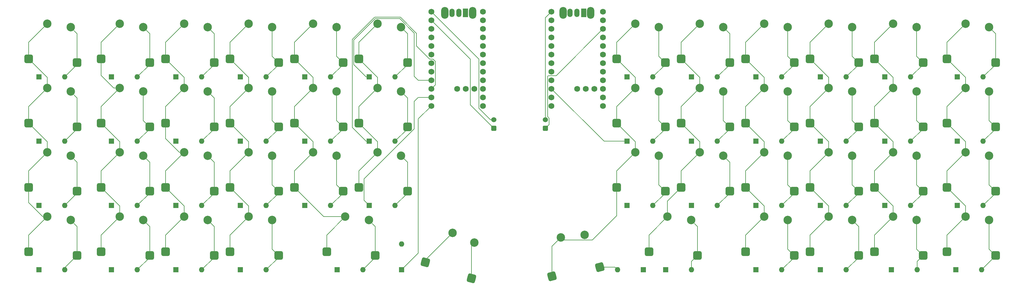
<source format=gbr>
%TF.GenerationSoftware,KiCad,Pcbnew,9.0.2+1*%
%TF.CreationDate,2025-09-15T00:12:33+02:00*%
%TF.ProjectId,first,66697273-742e-46b6-9963-61645f706362,rev?*%
%TF.SameCoordinates,Original*%
%TF.FileFunction,Copper,L2,Bot*%
%TF.FilePolarity,Positive*%
%FSLAX46Y46*%
G04 Gerber Fmt 4.6, Leading zero omitted, Abs format (unit mm)*
G04 Created by KiCad (PCBNEW 9.0.2+1) date 2025-09-15 00:12:33*
%MOMM*%
%LPD*%
G01*
G04 APERTURE LIST*
G04 Aperture macros list*
%AMRoundRect*
0 Rectangle with rounded corners*
0 $1 Rounding radius*
0 $2 $3 $4 $5 $6 $7 $8 $9 X,Y pos of 4 corners*
0 Add a 4 corners polygon primitive as box body*
4,1,4,$2,$3,$4,$5,$6,$7,$8,$9,$2,$3,0*
0 Add four circle primitives for the rounded corners*
1,1,$1+$1,$2,$3*
1,1,$1+$1,$4,$5*
1,1,$1+$1,$6,$7*
1,1,$1+$1,$8,$9*
0 Add four rect primitives between the rounded corners*
20,1,$1+$1,$2,$3,$4,$5,0*
20,1,$1+$1,$4,$5,$6,$7,0*
20,1,$1+$1,$6,$7,$8,$9,0*
20,1,$1+$1,$8,$9,$2,$3,0*%
G04 Aperture macros list end*
%TA.AperFunction,ComponentPad*%
%ADD10C,1.752600*%
%TD*%
%TA.AperFunction,ComponentPad*%
%ADD11R,1.600000X1.600000*%
%TD*%
%TA.AperFunction,ComponentPad*%
%ADD12O,1.600000X1.600000*%
%TD*%
%TA.AperFunction,ComponentPad*%
%ADD13O,1.500000X2.500000*%
%TD*%
%TA.AperFunction,ComponentPad*%
%ADD14R,1.500000X2.500000*%
%TD*%
%TA.AperFunction,ComponentPad*%
%ADD15O,2.200000X3.500000*%
%TD*%
%TA.AperFunction,SMDPad,CuDef*%
%ADD16RoundRect,0.500000X-0.750000X-0.775000X0.750000X-0.775000X0.750000X0.775000X-0.750000X0.775000X0*%
%TD*%
%TA.AperFunction,ComponentPad*%
%ADD17C,2.500000*%
%TD*%
%TA.AperFunction,SMDPad,CuDef*%
%ADD18RoundRect,0.500000X-0.925029X-0.554478X0.523860X-0.942707X0.925029X0.554478X-0.523860X0.942707X0*%
%TD*%
%TA.AperFunction,SMDPad,CuDef*%
%ADD19RoundRect,0.500000X-0.523860X-0.942707X0.925029X-0.554478X0.523860X0.942707X-0.925029X0.554478X0*%
%TD*%
%TA.AperFunction,ComponentPad*%
%ADD20C,1.524000*%
%TD*%
%TA.AperFunction,ComponentPad*%
%ADD21RoundRect,0.250000X-0.512000X0.512000X-0.512000X-0.512000X0.512000X-0.512000X0.512000X0.512000X0*%
%TD*%
%TA.AperFunction,Conductor*%
%ADD22C,0.200000*%
%TD*%
G04 APERTURE END LIST*
D10*
%TO.P,U1,1,1*%
%TO.N,unconnected-(U1-Pad1)*%
X144758750Y157020000D03*
%TO.P,U1,2,0*%
%TO.N,Col0 L*%
X144758750Y154480000D03*
%TO.P,U1,3,GND*%
%TO.N,unconnected-(U1-GND-Pad3)*%
X144758750Y151940000D03*
%TO.P,U1,4,GND*%
%TO.N,unconnected-(U1-GND-Pad4)*%
X144758750Y149400000D03*
%TO.P,U1,5,2*%
%TO.N,unconnected-(U1-2-Pad5)*%
X144758750Y146860000D03*
%TO.P,U1,6,3*%
%TO.N,unconnected-(U1-3-Pad6)*%
X144758750Y144320000D03*
%TO.P,U1,7,4*%
%TO.N,unconnected-(U1-4-Pad7)*%
X144758750Y141780000D03*
%TO.P,U1,8,5*%
%TO.N,Col1 L*%
X144758750Y139240000D03*
%TO.P,U1,9,6*%
%TO.N,Col2 L*%
X144758750Y136700000D03*
%TO.P,U1,10,7*%
%TO.N,Col3 L*%
X144758750Y134160000D03*
%TO.P,U1,11,8*%
%TO.N,Col4 L*%
X144758750Y131620000D03*
%TO.P,U1,12,9*%
%TO.N,Col5 L*%
X144758750Y129080000D03*
%TO.P,U1,13,10*%
%TO.N,raw3 L*%
X129518750Y129080000D03*
%TO.P,U1,14,16*%
%TO.N,raw2 L*%
X129518750Y131620000D03*
%TO.P,U1,15,14*%
%TO.N,raw1 L*%
X129518750Y134160000D03*
%TO.P,U1,16,15*%
%TO.N,raw0 L*%
X129518750Y136700000D03*
%TO.P,U1,17,18*%
%TO.N,unconnected-(U1-18-Pad17)*%
X129518750Y139240000D03*
%TO.P,U1,18,19*%
%TO.N,unconnected-(U1-19-Pad18)*%
X129518750Y141780000D03*
%TO.P,U1,19,20*%
%TO.N,unconnected-(U1-20-Pad19)*%
X129518750Y144320000D03*
%TO.P,U1,20,21*%
%TO.N,unconnected-(U1-21-Pad20)*%
X129518750Y146860000D03*
%TO.P,U1,21,3.3v*%
%TO.N,unconnected-(U1-3.3v-Pad21)*%
X129518750Y149400000D03*
%TO.P,U1,22,RST*%
%TO.N,Net-(U1-RST)*%
X129518750Y151940000D03*
%TO.P,U1,23,GND*%
%TO.N,GNDL*%
X129518750Y154480000D03*
%TO.P,U1,24,B+*%
%TO.N,Net-(BT1-+)*%
X129518750Y157020000D03*
%TO.P,U1,25,1*%
%TO.N,unconnected-(U1-1-Pad25)*%
X142218750Y134160000D03*
%TO.P,U1,26,2*%
%TO.N,unconnected-(U1-2-Pad26)*%
X139678750Y134160000D03*
%TO.P,U1,27,7*%
%TO.N,unconnected-(U1-7-Pad27)*%
X137138750Y134160000D03*
%TD*%
D11*
%TO.P,D36,1,K*%
%TO.N,raw2 R*%
X285020000Y99580000D03*
D12*
%TO.P,D36,2,A*%
%TO.N,Net-(D36-A)*%
X292640000Y99580000D03*
%TD*%
D13*
%TO.P,RstL1,3*%
%TO.N,N/C*%
X135638750Y156680000D03*
%TO.P,RstL1,2,2*%
%TO.N,GNDL*%
X137638750Y156680000D03*
D14*
%TO.P,RstL1,1,1*%
%TO.N,Net-(U1-RST)*%
X139638750Y156680000D03*
D15*
%TO.P,RstL1,*%
%TO.N,*%
X133538750Y156680000D03*
X141738750Y156680000D03*
%TD*%
D11*
%TO.P,D14,1,K*%
%TO.N,raw1 L*%
X34988750Y118630000D03*
D12*
%TO.P,D14,2,A*%
%TO.N,Net-(D14-A)*%
X42608750Y118630000D03*
%TD*%
D11*
%TO.P,D44,1,K*%
%TO.N,raw3 R*%
X198818750Y80530000D03*
D12*
%TO.P,D44,2,A*%
%TO.N,Net-(D44-A)*%
X206438750Y80530000D03*
%TD*%
D11*
%TO.P,D47,1,K*%
%TO.N,raw3 R*%
X265493750Y80530000D03*
D12*
%TO.P,D47,2,A*%
%TO.N,Net-(D47-A)*%
X273113750Y80530000D03*
%TD*%
D16*
%TO.P,S28,1,1*%
%TO.N,Col3 L*%
X70013750Y104880000D03*
D17*
X75488750Y115330000D03*
%TO.P,S28,2,2*%
%TO.N,Net-(D28-A)*%
X82488750Y114280000D03*
D16*
X84363750Y103830000D03*
%TD*%
%TO.P,S6,1,1*%
%TO.N,Col5 L*%
X108113750Y142980000D03*
D17*
X113588750Y153430000D03*
%TO.P,S6,2,2*%
%TO.N,Net-(D6-A)*%
X120588750Y152380000D03*
D16*
X122463750Y141930000D03*
%TD*%
D11*
%TO.P,D48,1,K*%
%TO.N,raw3 R*%
X284543750Y80530000D03*
D12*
%TO.P,D48,2,A*%
%TO.N,Net-(D48-A)*%
X292163750Y80530000D03*
%TD*%
D11*
%TO.P,D1,1,K*%
%TO.N,raw0 L*%
X13557500Y137680000D03*
D12*
%TO.P,D1,2,A*%
%TO.N,Net-(D1-A)*%
X21177500Y137680000D03*
%TD*%
D11*
%TO.P,D29,1,K*%
%TO.N,raw2 L*%
X92138750Y99580000D03*
D12*
%TO.P,D29,2,A*%
%TO.N,Net-(D29-A)*%
X99758750Y99580000D03*
%TD*%
D11*
%TO.P,D21,1,K*%
%TO.N,raw1 R*%
X225488750Y118630000D03*
D12*
%TO.P,D21,2,A*%
%TO.N,Net-(D21-A)*%
X233108750Y118630000D03*
%TD*%
D11*
%TO.P,D45,1,K*%
%TO.N,raw3 R*%
X225488750Y80530000D03*
D12*
%TO.P,D45,2,A*%
%TO.N,Net-(D45-A)*%
X233108750Y80530000D03*
%TD*%
D16*
%TO.P,S48,1,1*%
%TO.N,Col5 R*%
X281945000Y85830000D03*
D17*
X287420000Y96280000D03*
%TO.P,S48,2,2*%
%TO.N,Net-(D48-A)*%
X294420000Y95230000D03*
D16*
X296295000Y84780000D03*
%TD*%
D11*
%TO.P,D3,1,K*%
%TO.N,raw0 L*%
X54038750Y137680000D03*
D12*
%TO.P,D3,2,A*%
%TO.N,Net-(D3-A)*%
X61658750Y137680000D03*
%TD*%
D16*
%TO.P,S36,1,1*%
%TO.N,Col5 R*%
X281945000Y104880000D03*
D17*
X287420000Y115330000D03*
%TO.P,S36,2,2*%
%TO.N,Net-(D36-A)*%
X294420000Y114280000D03*
D16*
X296295000Y103830000D03*
%TD*%
%TO.P,S19,1,1*%
%TO.N,Col0 R*%
X184313750Y123930000D03*
D17*
X189788750Y134380000D03*
%TO.P,S19,2,2*%
%TO.N,Net-(D19-A)*%
X196788750Y133330000D03*
D16*
X198663750Y122880000D03*
%TD*%
%TO.P,S44,1,1*%
%TO.N,Col1 R*%
X193838750Y85830000D03*
D17*
X199313750Y96280000D03*
%TO.P,S44,2,2*%
%TO.N,Net-(D44-A)*%
X206313750Y95230000D03*
D16*
X208188750Y84780000D03*
%TD*%
D11*
%TO.P,D23,1,K*%
%TO.N,raw1 R*%
X263588750Y118630000D03*
D12*
%TO.P,D23,2,A*%
%TO.N,Net-(D23-A)*%
X271208750Y118630000D03*
%TD*%
D16*
%TO.P,S23,1,1*%
%TO.N,Col4 R*%
X260513750Y123930000D03*
D17*
X265988750Y134380000D03*
%TO.P,S23,2,2*%
%TO.N,Net-(D23-A)*%
X272988750Y133330000D03*
D16*
X274863750Y122880000D03*
%TD*%
D11*
%TO.P,D17,1,K*%
%TO.N,raw1 L*%
X92138750Y118630000D03*
D12*
%TO.P,D17,2,A*%
%TO.N,Net-(D17-A)*%
X99758750Y118630000D03*
%TD*%
D11*
%TO.P,D7,1,K*%
%TO.N,raw0 R*%
X187388750Y137680000D03*
D12*
%TO.P,D7,2,A*%
%TO.N,Net-(D7-A)*%
X195008750Y137680000D03*
%TD*%
D11*
%TO.P,D4,1,K*%
%TO.N,raw0 L*%
X73088750Y137680000D03*
D12*
%TO.P,D4,2,A*%
%TO.N,Net-(D4-A)*%
X80708750Y137680000D03*
%TD*%
D16*
%TO.P,S9,1,1*%
%TO.N,Col2 R*%
X222413750Y142980000D03*
D17*
X227888750Y153430000D03*
%TO.P,S9,2,2*%
%TO.N,Net-(D9-A)*%
X234888750Y152380000D03*
D16*
X236763750Y141930000D03*
%TD*%
D11*
%TO.P,D19,1,K*%
%TO.N,raw1 R*%
X187388750Y118630000D03*
D12*
%TO.P,D19,2,A*%
%TO.N,Net-(D19-A)*%
X195008750Y118630000D03*
%TD*%
D11*
%TO.P,D24,1,K*%
%TO.N,raw1 R*%
X285020000Y118630000D03*
D12*
%TO.P,D24,2,A*%
%TO.N,Net-(D24-A)*%
X292640000Y118630000D03*
%TD*%
D16*
%TO.P,S22,1,1*%
%TO.N,Col3 R*%
X241463750Y123930000D03*
D17*
X246938750Y134380000D03*
%TO.P,S22,2,2*%
%TO.N,Net-(D22-A)*%
X253938750Y133330000D03*
D16*
X255813750Y122880000D03*
%TD*%
D11*
%TO.P,D40,1,K*%
%TO.N,raw3 L*%
X73088750Y80530000D03*
D12*
%TO.P,D40,2,A*%
%TO.N,Net-(D40-A)*%
X80708750Y80530000D03*
%TD*%
D11*
%TO.P,D18,1,K*%
%TO.N,raw1 L*%
X111188750Y118630000D03*
D12*
%TO.P,D18,2,A*%
%TO.N,Net-(D18-A)*%
X118808750Y118630000D03*
%TD*%
D11*
%TO.P,D6,1,K*%
%TO.N,raw0 L*%
X111188750Y137680000D03*
D12*
%TO.P,D6,2,A*%
%TO.N,Net-(D6-A)*%
X118808750Y137680000D03*
%TD*%
D11*
%TO.P,D37,1,K*%
%TO.N,raw3 L*%
X13557500Y80530000D03*
D12*
%TO.P,D37,2,A*%
%TO.N,Net-(D37-A)*%
X21177500Y80530000D03*
%TD*%
D11*
%TO.P,D42,1,K*%
%TO.N,raw3 L*%
X120713750Y80530000D03*
D12*
%TO.P,D42,2,A*%
%TO.N,Net-(D42-A)*%
X120713750Y88150000D03*
%TD*%
D16*
%TO.P,S2,1,1*%
%TO.N,Col1 L*%
X31913750Y142980000D03*
D17*
X37388750Y153430000D03*
%TO.P,S2,2,2*%
%TO.N,Net-(D2-A)*%
X44388750Y152380000D03*
D16*
X46263750Y141930000D03*
%TD*%
D11*
%TO.P,D20,1,K*%
%TO.N,raw1 R*%
X206438750Y118630000D03*
D12*
%TO.P,D20,2,A*%
%TO.N,Net-(D20-A)*%
X214058750Y118630000D03*
%TD*%
D11*
%TO.P,D16,1,K*%
%TO.N,raw1 L*%
X73088750Y118630000D03*
D12*
%TO.P,D16,2,A*%
%TO.N,Net-(D16-A)*%
X80708750Y118630000D03*
%TD*%
D16*
%TO.P,S40,1,1*%
%TO.N,Col3 L*%
X70013750Y85830000D03*
D17*
X75488750Y96280000D03*
%TO.P,S40,2,2*%
%TO.N,Net-(D40-A)*%
X82488750Y95230000D03*
D16*
X84363750Y84780000D03*
%TD*%
%TO.P,S10,1,1*%
%TO.N,Col3 R*%
X241463750Y142980000D03*
D17*
X246938750Y153430000D03*
%TO.P,S10,2,2*%
%TO.N,Net-(D10-A)*%
X253938750Y152380000D03*
D16*
X255813750Y141930000D03*
%TD*%
%TO.P,S47,1,1*%
%TO.N,Col4 R*%
X260513750Y85829999D03*
D17*
X265988750Y96280000D03*
%TO.P,S47,2,2*%
%TO.N,Net-(D47-A)*%
X272988750Y95230000D03*
D16*
X274863750Y84780000D03*
%TD*%
%TO.P,S21,1,1*%
%TO.N,Col2 R*%
X222413750Y123930000D03*
D17*
X227888750Y134380000D03*
%TO.P,S21,2,2*%
%TO.N,Net-(D21-A)*%
X234888750Y133330000D03*
D16*
X236763750Y122880000D03*
%TD*%
D11*
%TO.P,D31,1,K*%
%TO.N,raw2 R*%
X187388750Y99580000D03*
D12*
%TO.P,D31,2,A*%
%TO.N,Net-(D31-A)*%
X195008750Y99580000D03*
%TD*%
D16*
%TO.P,S11,1,1*%
%TO.N,Col4 R*%
X260513750Y142980000D03*
D17*
X265988750Y153430000D03*
%TO.P,S11,2,2*%
%TO.N,Net-(D11-A)*%
X272988750Y152380000D03*
D16*
X274863750Y141930000D03*
%TD*%
%TO.P,S15,1,1*%
%TO.N,Col2 L*%
X50963750Y123930000D03*
D17*
X56438750Y134380000D03*
%TO.P,S15,2,2*%
%TO.N,Net-(D15-A)*%
X63438750Y133330000D03*
D16*
X65313750Y122880000D03*
%TD*%
D11*
%TO.P,D13,1,K*%
%TO.N,raw1 L*%
X13557500Y118630000D03*
D12*
%TO.P,D13,2,A*%
%TO.N,Net-(D13-A)*%
X21177500Y118630000D03*
%TD*%
D16*
%TO.P,S35,1,1*%
%TO.N,Col4 R*%
X260513750Y104880000D03*
D17*
X265988750Y115330000D03*
%TO.P,S35,2,2*%
%TO.N,Net-(D35-A)*%
X272988750Y114280000D03*
D16*
X274863750Y103830000D03*
%TD*%
%TO.P,S20,1,1*%
%TO.N,Col1 R*%
X203363750Y123930000D03*
D17*
X208838750Y134380000D03*
%TO.P,S20,2,2*%
%TO.N,Net-(D20-A)*%
X215838750Y133330000D03*
D16*
X217713750Y122880000D03*
%TD*%
%TO.P,S29,1,1*%
%TO.N,Col4 L*%
X89063750Y104880000D03*
D17*
X94538750Y115330000D03*
%TO.P,S29,2,2*%
%TO.N,Net-(D29-A)*%
X101538750Y114280000D03*
D16*
X103413750Y103830000D03*
%TD*%
%TO.P,S1,1,1*%
%TO.N,Col0 L*%
X10482500Y142980000D03*
D17*
X15957500Y153430000D03*
%TO.P,S1,2,2*%
%TO.N,Net-(D1-A)*%
X22957500Y152380000D03*
D16*
X24832500Y141930000D03*
%TD*%
%TO.P,S33,1,1*%
%TO.N,Col2 R*%
X222413750Y104880000D03*
D17*
X227888750Y115330000D03*
%TO.P,S33,2,2*%
%TO.N,Net-(D33-A)*%
X234888750Y114280000D03*
D16*
X236763750Y103830000D03*
%TD*%
D10*
%TO.P,U2,1,1*%
%TO.N,unconnected-(U2-Pad1)*%
X180283750Y157020000D03*
%TO.P,U2,2,0*%
%TO.N,Col0 R*%
X180283750Y154480000D03*
%TO.P,U2,3,GND*%
%TO.N,GNDR*%
X180283750Y151940000D03*
%TO.P,U2,4,GND*%
%TO.N,unconnected-(U2-GND-Pad4)*%
X180283750Y149400000D03*
%TO.P,U2,5,2*%
%TO.N,unconnected-(U2-2-Pad5)*%
X180283750Y146860000D03*
%TO.P,U2,6,3*%
%TO.N,unconnected-(U2-3-Pad6)*%
X180283750Y144320000D03*
%TO.P,U2,7,4*%
%TO.N,unconnected-(U2-4-Pad7)*%
X180283750Y141780000D03*
%TO.P,U2,8,5*%
%TO.N,Col1 R*%
X180283750Y139240000D03*
%TO.P,U2,9,6*%
%TO.N,Col2 R*%
X180283750Y136700000D03*
%TO.P,U2,10,7*%
%TO.N,Col3 R*%
X180283750Y134160000D03*
%TO.P,U2,11,8*%
%TO.N,Col4 R*%
X180283750Y131620000D03*
%TO.P,U2,12,9*%
%TO.N,Col5 R*%
X180283750Y129080000D03*
%TO.P,U2,13,10*%
%TO.N,raw3 R*%
X165043750Y129080000D03*
%TO.P,U2,14,16*%
%TO.N,raw2 R*%
X165043750Y131620000D03*
%TO.P,U2,15,14*%
%TO.N,raw1 R*%
X165043750Y134160000D03*
%TO.P,U2,16,15*%
%TO.N,raw0 R*%
X165043750Y136700000D03*
%TO.P,U2,17,18*%
%TO.N,unconnected-(U2-18-Pad17)*%
X165043750Y139240000D03*
%TO.P,U2,18,19*%
%TO.N,unconnected-(U2-19-Pad18)*%
X165043750Y141780000D03*
%TO.P,U2,19,20*%
%TO.N,unconnected-(U2-20-Pad19)*%
X165043750Y144320000D03*
%TO.P,U2,20,21*%
%TO.N,unconnected-(U2-21-Pad20)*%
X165043750Y146860000D03*
%TO.P,U2,21,3.3v*%
%TO.N,unconnected-(U2-3.3v-Pad21)*%
X165043750Y149400000D03*
%TO.P,U2,22,RST*%
%TO.N,Net-(U2-RST)*%
X165043750Y151940000D03*
%TO.P,U2,23,GND*%
%TO.N,unconnected-(U2-GND-Pad23)*%
X165043750Y154480000D03*
%TO.P,U2,24,B+*%
%TO.N,Net-(BT2-+)*%
X165043750Y157020000D03*
%TO.P,U2,25,1*%
%TO.N,unconnected-(U2-1-Pad25)*%
X177743750Y134160000D03*
%TO.P,U2,26,2*%
%TO.N,unconnected-(U2-2-Pad26)*%
X175203750Y134160000D03*
%TO.P,U2,27,7*%
%TO.N,unconnected-(U2-7-Pad27)*%
X172663750Y134160000D03*
%TD*%
D16*
%TO.P,S34,1,1*%
%TO.N,Col3 R*%
X241463750Y104880000D03*
D17*
X246938750Y115330000D03*
%TO.P,S34,2,2*%
%TO.N,Net-(D34-A)*%
X253938750Y114280000D03*
D16*
X255813750Y103830000D03*
%TD*%
%TO.P,S41,1,1*%
%TO.N,Col4 L*%
X98588750Y85830000D03*
D17*
X104063750Y96280000D03*
%TO.P,S41,2,2*%
%TO.N,Net-(D41-A)*%
X111063750Y95230000D03*
D16*
X112938750Y84780000D03*
%TD*%
%TO.P,S16,1,1*%
%TO.N,Col3 L*%
X70013750Y123930000D03*
D17*
X75488750Y134380000D03*
%TO.P,S16,2,2*%
%TO.N,Net-(D16-A)*%
X82488750Y133330000D03*
D16*
X84363750Y122880000D03*
%TD*%
%TO.P,S8,1,1*%
%TO.N,Col1 R*%
X203363750Y142980000D03*
D17*
X208838750Y153430000D03*
%TO.P,S8,2,2*%
%TO.N,Net-(D8-A)*%
X215838750Y152380000D03*
D16*
X217713750Y141930000D03*
%TD*%
D11*
%TO.P,D15,1,K*%
%TO.N,raw1 L*%
X54038750Y118630000D03*
D12*
%TO.P,D15,2,A*%
%TO.N,Net-(D15-A)*%
X61658750Y118630000D03*
%TD*%
D16*
%TO.P,S5,1,1*%
%TO.N,Col4 L*%
X89063750Y142980000D03*
D17*
X94538750Y153430000D03*
%TO.P,S5,2,2*%
%TO.N,Net-(D5-A)*%
X101538750Y152380000D03*
D16*
X103413750Y141930000D03*
%TD*%
%TO.P,S38,1,1*%
%TO.N,Col1 L*%
X31913750Y85830000D03*
D17*
X37388750Y96280000D03*
%TO.P,S38,2,2*%
%TO.N,Net-(D38-A)*%
X44388750Y95230000D03*
D16*
X46263750Y84780000D03*
%TD*%
D11*
%TO.P,D33,1,K*%
%TO.N,raw2 R*%
X225488750Y99580000D03*
D12*
%TO.P,D33,2,A*%
%TO.N,Net-(D33-A)*%
X233108750Y99580000D03*
%TD*%
D16*
%TO.P,S7,1,1*%
%TO.N,Col0 R*%
X184313750Y142980000D03*
D17*
X189788750Y153430000D03*
%TO.P,S7,2,2*%
%TO.N,Net-(D7-A)*%
X196788750Y152380000D03*
D16*
X198663750Y141930000D03*
%TD*%
%TO.P,S37,1,1*%
%TO.N,Col0 L*%
X10482500Y85830000D03*
D17*
X15957500Y96280000D03*
%TO.P,S37,2,2*%
%TO.N,Net-(D37-A)*%
X22957500Y95230000D03*
D16*
X24832500Y84780000D03*
%TD*%
%TO.P,S27,1,1*%
%TO.N,Col2 L*%
X50963750Y104880000D03*
D17*
X56438750Y115330000D03*
%TO.P,S27,2,2*%
%TO.N,Net-(D27-A)*%
X63438750Y114280000D03*
D16*
X65313750Y103830000D03*
%TD*%
D11*
%TO.P,D22,1,K*%
%TO.N,raw1 R*%
X244538750Y118630000D03*
D12*
%TO.P,D22,2,A*%
%TO.N,Net-(D22-A)*%
X252158750Y118630000D03*
%TD*%
D11*
%TO.P,D34,1,K*%
%TO.N,raw2 R*%
X244538750Y99580000D03*
D12*
%TO.P,D34,2,A*%
%TO.N,Net-(D34-A)*%
X252158750Y99580000D03*
%TD*%
D18*
%TO.P,S42,1,1*%
%TO.N,Col5 L*%
X127773907Y82739823D03*
D17*
X135767010Y91416715D03*
%TO.P,S42,2,2*%
%TO.N,Net-(D42-A)*%
X142256731Y88590760D03*
D18*
X141363183Y78011549D03*
%TD*%
D11*
%TO.P,D35,1,K*%
%TO.N,raw2 R*%
X263588750Y99580000D03*
D12*
%TO.P,D35,2,A*%
%TO.N,Net-(D35-A)*%
X271208750Y99580000D03*
%TD*%
D16*
%TO.P,S4,1,1*%
%TO.N,Col3 L*%
X70013750Y142980000D03*
D17*
X75488750Y153430000D03*
%TO.P,S4,2,2*%
%TO.N,Net-(D4-A)*%
X82488750Y152380000D03*
D16*
X84363750Y141930000D03*
%TD*%
D11*
%TO.P,D28,1,K*%
%TO.N,raw2 L*%
X73088750Y99580000D03*
D12*
%TO.P,D28,2,A*%
%TO.N,Net-(D28-A)*%
X80708750Y99580000D03*
%TD*%
D16*
%TO.P,S46,1,1*%
%TO.N,Col3 R*%
X241463750Y85830000D03*
D17*
X246938750Y96280000D03*
%TO.P,S46,2,2*%
%TO.N,Net-(D46-A)*%
X253938750Y95230000D03*
D16*
X255813750Y84780000D03*
%TD*%
%TO.P,S32,1,1*%
%TO.N,Col1 R*%
X203363750Y104880000D03*
D17*
X208838750Y115330000D03*
%TO.P,S32,2,2*%
%TO.N,Net-(D32-A)*%
X215838750Y114280000D03*
D16*
X217713750Y103830000D03*
%TD*%
D11*
%TO.P,D30,1,K*%
%TO.N,raw2 L*%
X111188750Y99580000D03*
D12*
%TO.P,D30,2,A*%
%TO.N,Net-(D30-A)*%
X118808750Y99580000D03*
%TD*%
D11*
%TO.P,D39,1,K*%
%TO.N,raw3 L*%
X54038750Y80530000D03*
D12*
%TO.P,D39,2,A*%
%TO.N,Net-(D39-A)*%
X61658750Y80530000D03*
%TD*%
D11*
%TO.P,D5,1,K*%
%TO.N,raw0 L*%
X92138750Y137680000D03*
D12*
%TO.P,D5,2,A*%
%TO.N,Net-(D5-A)*%
X99758750Y137680000D03*
%TD*%
D19*
%TO.P,S43,1,1*%
%TO.N,Col0 R*%
X165203890Y78559897D03*
D17*
X167787675Y90070856D03*
%TO.P,S43,2,2*%
%TO.N,Net-(D43-A)*%
X174820916Y90868367D03*
D19*
X179336686Y81259728D03*
%TD*%
D16*
%TO.P,S31,1,1*%
%TO.N,Col0 R*%
X184313750Y104880000D03*
D17*
X189788750Y115330000D03*
%TO.P,S31,2,2*%
%TO.N,Net-(D31-A)*%
X196788750Y114280000D03*
D16*
X198663750Y103830000D03*
%TD*%
D11*
%TO.P,D27,1,K*%
%TO.N,raw2 L*%
X54038750Y99580000D03*
D12*
%TO.P,D27,2,A*%
%TO.N,Net-(D27-A)*%
X61658750Y99580000D03*
%TD*%
D16*
%TO.P,S3,1,1*%
%TO.N,Col2 L*%
X50963750Y142980000D03*
D17*
X56438750Y153430000D03*
%TO.P,S3,2,2*%
%TO.N,Net-(D3-A)*%
X63438750Y152380000D03*
D16*
X65313750Y141930000D03*
%TD*%
D11*
%TO.P,D43,1,K*%
%TO.N,raw3 R*%
X192151250Y80530000D03*
D12*
%TO.P,D43,2,A*%
%TO.N,Net-(D43-A)*%
X184531250Y80530000D03*
%TD*%
D11*
%TO.P,D10,1,K*%
%TO.N,raw0 R*%
X244538750Y137680000D03*
D12*
%TO.P,D10,2,A*%
%TO.N,Net-(D10-A)*%
X252158750Y137680000D03*
%TD*%
D11*
%TO.P,D11,1,K*%
%TO.N,raw0 R*%
X263588750Y137680000D03*
D12*
%TO.P,D11,2,A*%
%TO.N,Net-(D11-A)*%
X271208750Y137680000D03*
%TD*%
D16*
%TO.P,S13,1,1*%
%TO.N,Col0 L*%
X10482500Y123930000D03*
D17*
X15957500Y134380000D03*
%TO.P,S13,2,2*%
%TO.N,Net-(D13-A)*%
X22957500Y133330000D03*
D16*
X24832500Y122880000D03*
%TD*%
D11*
%TO.P,D25,1,K*%
%TO.N,raw2 L*%
X13557500Y99580000D03*
D12*
%TO.P,D25,2,A*%
%TO.N,Net-(D25-A)*%
X21177500Y99580000D03*
%TD*%
D11*
%TO.P,D8,1,K*%
%TO.N,raw0 R*%
X206438750Y137680000D03*
D12*
%TO.P,D8,2,A*%
%TO.N,Net-(D8-A)*%
X214058750Y137680000D03*
%TD*%
D11*
%TO.P,D2,1,K*%
%TO.N,raw0 L*%
X34988750Y137680000D03*
D12*
%TO.P,D2,2,A*%
%TO.N,Net-(D2-A)*%
X42608750Y137680000D03*
%TD*%
D11*
%TO.P,D12,1,K*%
%TO.N,raw0 R*%
X285020000Y137680000D03*
D12*
%TO.P,D12,2,A*%
%TO.N,Net-(D12-A)*%
X292640000Y137680000D03*
%TD*%
D11*
%TO.P,D41,1,K*%
%TO.N,raw3 L*%
X101663750Y80530000D03*
D12*
%TO.P,D41,2,A*%
%TO.N,Net-(D41-A)*%
X109283750Y80530000D03*
%TD*%
D16*
%TO.P,S18,1,1*%
%TO.N,Col5 L*%
X108113750Y123930000D03*
D17*
X113588750Y134380000D03*
%TO.P,S18,2,2*%
%TO.N,Net-(D18-A)*%
X120588750Y133330000D03*
D16*
X122463750Y122880000D03*
%TD*%
%TO.P,S30,1,1*%
%TO.N,Col5 L*%
X108113750Y104880000D03*
D17*
X113588750Y115330000D03*
%TO.P,S30,2,2*%
%TO.N,Net-(D30-A)*%
X120588750Y114280000D03*
D16*
X122463750Y103830000D03*
%TD*%
D11*
%TO.P,D32,1,K*%
%TO.N,raw2 R*%
X206438750Y99580000D03*
D12*
%TO.P,D32,2,A*%
%TO.N,Net-(D32-A)*%
X214058750Y99580000D03*
%TD*%
D16*
%TO.P,S17,1,1*%
%TO.N,Col4 L*%
X89063750Y123930000D03*
D17*
X94538750Y134380000D03*
%TO.P,S17,2,2*%
%TO.N,Net-(D17-A)*%
X101538750Y133330000D03*
D16*
X103413750Y122880000D03*
%TD*%
D11*
%TO.P,D9,1,K*%
%TO.N,raw0 R*%
X225488750Y137680000D03*
D12*
%TO.P,D9,2,A*%
%TO.N,Net-(D9-A)*%
X233108750Y137680000D03*
%TD*%
D16*
%TO.P,S45,1,1*%
%TO.N,Col2 R*%
X222413750Y85830000D03*
D17*
X227888750Y96280000D03*
%TO.P,S45,2,2*%
%TO.N,Net-(D45-A)*%
X234888750Y95230000D03*
D16*
X236763750Y84780000D03*
%TD*%
%TO.P,S24,1,1*%
%TO.N,Col5 R*%
X281945000Y123930000D03*
D17*
X287420000Y134380000D03*
%TO.P,S24,2,2*%
%TO.N,Net-(D24-A)*%
X294420000Y133330000D03*
D16*
X296295000Y122880000D03*
%TD*%
D11*
%TO.P,D26,1,K*%
%TO.N,raw2 L*%
X34988750Y99580000D03*
D12*
%TO.P,D26,2,A*%
%TO.N,Net-(D26-A)*%
X42608750Y99580000D03*
%TD*%
D16*
%TO.P,S25,1,1*%
%TO.N,Col0 L*%
X10482500Y104880000D03*
D17*
X15957500Y115330000D03*
%TO.P,S25,2,2*%
%TO.N,Net-(D25-A)*%
X22957500Y114280000D03*
D16*
X24832500Y103830000D03*
%TD*%
D20*
%TO.P,BT1,1,+*%
%TO.N,Net-(BT1-+)*%
X148018750Y124980000D03*
D21*
%TO.P,BT1,2,-*%
%TO.N,GNDL*%
X148018750Y122440000D03*
%TD*%
D11*
%TO.P,D38,1,K*%
%TO.N,raw3 L*%
X34988750Y80530000D03*
D12*
%TO.P,D38,2,A*%
%TO.N,Net-(D38-A)*%
X42608750Y80530000D03*
%TD*%
D16*
%TO.P,S39,1,1*%
%TO.N,Col2 L*%
X50963750Y85830000D03*
D17*
X56438750Y96280000D03*
%TO.P,S39,2,2*%
%TO.N,Net-(D39-A)*%
X63438750Y95230000D03*
D16*
X65313750Y84780000D03*
%TD*%
%TO.P,S26,1,1*%
%TO.N,Col1 L*%
X31913750Y104880000D03*
D17*
X37388750Y115330000D03*
%TO.P,S26,2,2*%
%TO.N,Net-(D26-A)*%
X44388750Y114280000D03*
D16*
X46263750Y103830000D03*
%TD*%
D13*
%TO.P,RstR1,3*%
%TO.N,N/C*%
X170538750Y156680000D03*
%TO.P,RstR1,2,2*%
%TO.N,Net-(U2-RST)*%
X172538750Y156680000D03*
D14*
%TO.P,RstR1,1,1*%
%TO.N,GNDR*%
X174538750Y156680000D03*
D15*
%TO.P,RstR1,*%
%TO.N,*%
X168438750Y156680000D03*
X176638750Y156680000D03*
%TD*%
D16*
%TO.P,S14,1,1*%
%TO.N,Col1 L*%
X31913750Y123930000D03*
D17*
X37388750Y134380000D03*
%TO.P,S14,2,2*%
%TO.N,Net-(D14-A)*%
X44388750Y133330000D03*
D16*
X46263750Y122880000D03*
%TD*%
D11*
%TO.P,D46,1,K*%
%TO.N,raw3 R*%
X244538750Y80530000D03*
D12*
%TO.P,D46,2,A*%
%TO.N,Net-(D46-A)*%
X252158750Y80530000D03*
%TD*%
D16*
%TO.P,S12,1,1*%
%TO.N,Col5 R*%
X281945000Y142980000D03*
D17*
X287420000Y153430000D03*
%TO.P,S12,2,2*%
%TO.N,Net-(D12-A)*%
X294420000Y152380000D03*
D16*
X296295000Y141930000D03*
%TD*%
D20*
%TO.P,BT2,1,+*%
%TO.N,Net-(BT2-+)*%
X163258750Y124980000D03*
D21*
%TO.P,BT2,2,-*%
%TO.N,GNDR*%
X163258750Y122440000D03*
%TD*%
D22*
%TO.N,Col4 R*%
X260513750Y147955000D02*
X260513750Y142980000D01*
%TO.N,Net-(D30-A)*%
X120588750Y114280000D02*
X122463750Y112405000D01*
%TO.N,Net-(D47-A)*%
X273113750Y83030000D02*
X274863750Y84780000D01*
%TO.N,Col4 L*%
X97663750Y96280000D02*
X104063750Y96280000D01*
%TO.N,Col3 L*%
X70013750Y90805000D02*
X70013750Y85830000D01*
%TO.N,GNDR*%
X163866450Y125875610D02*
X164321750Y125420310D01*
%TO.N,Net-(D48-A)*%
X292163750Y80530000D02*
X296295000Y84661250D01*
%TO.N,Col2 R*%
X227888750Y118455000D02*
X227888750Y115330000D01*
%TO.N,Net-(D8-A)*%
X217713750Y150505000D02*
X215838750Y152380000D01*
%TO.N,Col3 R*%
X241463750Y109855000D02*
X241463750Y104880000D01*
%TO.N,Net-(D5-A)*%
X101538750Y152380000D02*
X101538750Y143805000D01*
%TO.N,Net-(D39-A)*%
X65313750Y84780000D02*
X65313750Y93355000D01*
%TO.N,Net-(D23-A)*%
X272988750Y133330000D02*
X272988750Y124755000D01*
%TO.N,Net-(D26-A)*%
X42608750Y99580000D02*
X46263750Y103235000D01*
%TO.N,Net-(D31-A)*%
X196788750Y105705000D02*
X198663750Y103830000D01*
%TO.N,Net-(D6-A)*%
X120588750Y152380000D02*
X122463750Y150505000D01*
%TO.N,Net-(D27-A)*%
X65313750Y103235000D02*
X65313750Y103830000D01*
%TO.N,Net-(D23-A)*%
X272988750Y124755000D02*
X274863750Y122880000D01*
%TO.N,raw3 L*%
X120713750Y80530000D02*
X125668750Y85485000D01*
%TO.N,Net-(D19-A)*%
X198663750Y122880000D02*
X198663750Y122285000D01*
%TO.N,Col1 R*%
X208838750Y118455000D02*
X203363750Y123930000D01*
%TO.N,Col0 R*%
X189788750Y118455000D02*
X189788750Y115330000D01*
%TO.N,raw0 L*%
X106562750Y141306000D02*
X110188750Y137680000D01*
%TO.N,Net-(D19-A)*%
X196788750Y124755000D02*
X198663750Y122880000D01*
%TO.N,Net-(D7-A)*%
X198663750Y141930000D02*
X198663750Y141335000D01*
%TO.N,Col0 R*%
X184313750Y142980000D02*
X189788750Y137505000D01*
%TO.N,Net-(D8-A)*%
X217713750Y141335000D02*
X217713750Y141930000D01*
%TO.N,Col3 R*%
X241463750Y104880000D02*
X246938750Y99405000D01*
%TO.N,raw3 L*%
X125668750Y125230000D02*
X129518750Y129080000D01*
%TO.N,Net-(D18-A)*%
X122463750Y131455000D02*
X122463750Y122880000D01*
%TO.N,Col2 L*%
X50963750Y104880000D02*
X50963750Y109855000D01*
%TO.N,Col1 L*%
X31913750Y138087234D02*
X31913750Y142980000D01*
%TO.N,Col2 R*%
X227888750Y99405000D02*
X227888750Y96280000D01*
%TO.N,Net-(D4-A)*%
X82488750Y143805000D02*
X84363750Y141930000D01*
%TO.N,Col5 L*%
X108113750Y128905000D02*
X108113750Y123930000D01*
%TO.N,Net-(D48-A)*%
X294420000Y95230000D02*
X294420000Y86655000D01*
X294420000Y86655000D02*
X296295000Y84780000D01*
X296295000Y84661250D02*
X296295000Y84780000D01*
%TO.N,Net-(D47-A)*%
X272988750Y86655000D02*
X274863750Y84780000D01*
%TO.N,Col3 L*%
X75488750Y96280000D02*
X70013750Y90805000D01*
X70013750Y128905000D02*
X70013750Y123930000D01*
X70013750Y109855000D02*
X70013750Y104880000D01*
%TO.N,Col1 L*%
X31913750Y128905000D02*
X37388750Y134380000D01*
X37388750Y115330000D02*
X37388750Y118455000D01*
X31913750Y147955000D02*
X31913750Y142980000D01*
X31913750Y104880000D02*
X31913750Y109855000D01*
X37388750Y153430000D02*
X31913750Y147955000D01*
X31913750Y90805000D02*
X37388750Y96280000D01*
X31913750Y85830000D02*
X31913750Y90805000D01*
%TO.N,raw3 L*%
X125668750Y85485000D02*
X125668750Y125230000D01*
%TO.N,Col0 L*%
X10482500Y142980000D02*
X15957500Y137505000D01*
X15957500Y137505000D02*
X15957500Y134380000D01*
%TO.N,Net-(D1-A)*%
X24832500Y141930000D02*
X24832500Y150505000D01*
%TO.N,Col0 L*%
X10482500Y100453000D02*
X14655500Y96280000D01*
X10482500Y147955000D02*
X10482500Y142980000D01*
X15957500Y115330000D02*
X10482500Y109855000D01*
X14655500Y96280000D02*
X15957500Y96280000D01*
X10482500Y128905000D02*
X10482500Y123930000D01*
X10482500Y109855000D02*
X10482500Y104880000D01*
X10482500Y123930000D02*
X15957500Y118455000D01*
X15957500Y153430000D02*
X10482500Y147955000D01*
X15957500Y134380000D02*
X10482500Y128905000D01*
X10482500Y90805000D02*
X10482500Y85830000D01*
X15957500Y118455000D02*
X15957500Y115330000D01*
%TO.N,Net-(D4-A)*%
X84363750Y141930000D02*
X84363750Y141335000D01*
%TO.N,raw2 L*%
X124491450Y130442700D02*
X125668750Y131620000D01*
X125668750Y131620000D02*
X129518750Y131620000D01*
X124491450Y122242642D02*
X124491450Y130442700D01*
X109664750Y107415942D02*
X124491450Y122242642D01*
X109664750Y101104000D02*
X109664750Y107415942D01*
%TO.N,Col4 R*%
X260513750Y142980000D02*
X265988750Y137505000D01*
%TO.N,raw1 L*%
X110188750Y118630000D02*
X111188750Y118630000D01*
X120347296Y155382000D02*
X112780204Y155382000D01*
X125151996Y150577300D02*
X125151996Y146836400D01*
X130696050Y142267654D02*
X130696050Y135337300D01*
X106161750Y122657000D02*
X110188750Y118630000D01*
X130696050Y135337300D02*
X129518750Y134160000D01*
%TO.N,raw0 L*%
X124491450Y137877300D02*
X124491450Y150670746D01*
X120181196Y154981000D02*
X112946304Y154981000D01*
X110188750Y137680000D02*
X111188750Y137680000D01*
%TO.N,Col2 L*%
X50963750Y119398300D02*
X55032050Y115330000D01*
%TO.N,Net-(BT2-+)*%
X163258750Y155235000D02*
X163258750Y124980000D01*
%TO.N,Net-(D24-A)*%
X294420000Y133330000D02*
X294420000Y124755000D01*
X294420000Y124755000D02*
X296295000Y122880000D01*
%TO.N,Net-(D23-A)*%
X274863750Y122285000D02*
X271208750Y118630000D01*
%TO.N,Net-(D22-A)*%
X255813750Y122285000D02*
X255813750Y122880000D01*
X253938750Y133330000D02*
X253938750Y124755000D01*
%TO.N,Net-(D21-A)*%
X234888750Y133330000D02*
X234888750Y124755000D01*
%TO.N,Net-(D20-A)*%
X215838750Y133330000D02*
X215838750Y124755000D01*
%TO.N,Col2 L*%
X50963750Y147955000D02*
X56438750Y153430000D01*
%TO.N,Net-(D19-A)*%
X196788750Y133330000D02*
X196788750Y124755000D01*
%TO.N,Col2 L*%
X56438750Y137505000D02*
X50963750Y142980000D01*
%TO.N,Net-(D18-A)*%
X118808750Y118630000D02*
X122463750Y122285000D01*
X122463750Y122285000D02*
X122463750Y122880000D01*
%TO.N,Net-(D29-A)*%
X101538750Y114280000D02*
X101538750Y105705000D01*
%TO.N,Net-(D17-A)*%
X103413750Y122285000D02*
X103413750Y122880000D01*
%TO.N,Col1 L*%
X35620984Y134380000D02*
X31913750Y138087234D01*
%TO.N,Net-(D13-A)*%
X21177500Y118630000D02*
X24832500Y122285000D01*
X24832500Y131455000D02*
X22957500Y133330000D01*
%TO.N,Net-(D12-A)*%
X296295000Y150505000D02*
X296295000Y141930000D01*
X296295000Y141335000D02*
X296295000Y141930000D01*
%TO.N,Net-(D11-A)*%
X272988750Y143805000D02*
X274863750Y141930000D01*
%TO.N,Net-(D2-A)*%
X46263750Y141335000D02*
X42608750Y137680000D01*
%TO.N,Net-(D11-A)*%
X271208750Y137680000D02*
X274863750Y141335000D01*
%TO.N,Net-(D10-A)*%
X255813750Y141930000D02*
X255813750Y141335000D01*
%TO.N,Net-(D9-A)*%
X233108750Y137680000D02*
X236763750Y141335000D01*
X234888750Y152380000D02*
X234888750Y143805000D01*
X236763750Y141335000D02*
X236763750Y141930000D01*
%TO.N,Net-(D8-A)*%
X217713750Y141930000D02*
X217713750Y150505000D01*
%TO.N,Net-(D6-A)*%
X122463750Y150505000D02*
X122463750Y141930000D01*
%TO.N,Net-(D5-A)*%
X103413750Y141930000D02*
X103413750Y141335000D01*
%TO.N,Col0 R*%
X184313750Y147955000D02*
X184313750Y142980000D01*
X165203890Y87487071D02*
X167787675Y90070856D01*
X189788750Y134380000D02*
X184313750Y128905000D01*
%TO.N,Net-(D4-A)*%
X82488750Y152380000D02*
X82488750Y143805000D01*
%TO.N,Net-(D47-A)*%
X273113750Y80530000D02*
X273113750Y83030000D01*
%TO.N,Col0 L*%
X15957500Y96280000D02*
X10482500Y90805000D01*
%TO.N,Net-(D16-A)*%
X80708750Y118630000D02*
X84363750Y122285000D01*
%TO.N,Net-(D34-A)*%
X253938750Y114280000D02*
X253938750Y105705000D01*
%TO.N,Net-(D28-A)*%
X82488750Y105705000D02*
X84363750Y103830000D01*
%TO.N,Net-(D16-A)*%
X82488750Y124755000D02*
X84363750Y122880000D01*
%TO.N,Net-(D34-A)*%
X253938750Y105705000D02*
X255813750Y103830000D01*
%TO.N,Net-(D28-A)*%
X80708750Y99580000D02*
X84363750Y103235000D01*
%TO.N,Net-(D16-A)*%
X82488750Y133330000D02*
X82488750Y124755000D01*
%TO.N,Net-(D34-A)*%
X255813750Y103235000D02*
X255813750Y103830000D01*
%TO.N,Net-(D27-A)*%
X61658750Y99580000D02*
X65313750Y103235000D01*
%TO.N,Net-(D15-A)*%
X65313750Y122880000D02*
X65313750Y122285000D01*
%TO.N,Net-(D34-A)*%
X252158750Y99580000D02*
X255813750Y103235000D01*
%TO.N,Net-(D27-A)*%
X65313750Y103830000D02*
X65313750Y112405000D01*
%TO.N,Net-(D15-A)*%
X65313750Y122285000D02*
X61658750Y118630000D01*
%TO.N,Net-(D33-A)*%
X234888750Y114280000D02*
X234888750Y105705000D01*
%TO.N,Net-(D14-A)*%
X46263750Y122285000D02*
X42608750Y118630000D01*
%TO.N,Net-(D33-A)*%
X234888750Y105705000D02*
X236763750Y103830000D01*
%TO.N,Net-(D14-A)*%
X46263750Y122880000D02*
X46263750Y122285000D01*
%TO.N,Net-(D32-A)*%
X214058750Y99580000D02*
X217713750Y103235000D01*
%TO.N,Col2 L*%
X50963750Y142980000D02*
X50963750Y147955000D01*
%TO.N,Net-(D20-A)*%
X215838750Y124755000D02*
X217713750Y122880000D01*
%TO.N,Net-(D13-A)*%
X24832500Y122285000D02*
X24832500Y122880000D01*
%TO.N,Net-(D31-A)*%
X198663750Y103235000D02*
X195008750Y99580000D01*
%TO.N,Col2 L*%
X50963750Y128905000D02*
X56438750Y134380000D01*
%TO.N,Net-(D19-A)*%
X198663750Y122285000D02*
X195008750Y118630000D01*
%TO.N,Col2 L*%
X50963750Y90805000D02*
X56438750Y96280000D01*
%TO.N,Net-(D15-A)*%
X63438750Y133330000D02*
X65313750Y131455000D01*
%TO.N,Net-(D33-A)*%
X236763750Y103235000D02*
X236763750Y103830000D01*
%TO.N,Net-(D12-A)*%
X294420000Y152380000D02*
X296295000Y150505000D01*
%TO.N,Net-(D21-A)*%
X233108750Y118630000D02*
X236763750Y122285000D01*
%TO.N,Net-(BT1-+)*%
X129518750Y157020000D02*
X143581450Y142957300D01*
%TO.N,Net-(D33-A)*%
X233108750Y99580000D02*
X236763750Y103235000D01*
%TO.N,Net-(D15-A)*%
X65313750Y131455000D02*
X65313750Y122880000D01*
%TO.N,Col2 R*%
X222413750Y85830000D02*
X222413750Y90805000D01*
%TO.N,Net-(D35-A)*%
X274863750Y103235000D02*
X274863750Y103830000D01*
%TO.N,Col2 R*%
X222413750Y123930000D02*
X222413750Y128905000D01*
%TO.N,Net-(D7-A)*%
X196788750Y152380000D02*
X196788750Y143805000D01*
%TO.N,Net-(D8-A)*%
X214058750Y137680000D02*
X217713750Y141335000D01*
%TO.N,Net-(D14-A)*%
X44388750Y124755000D02*
X46263750Y122880000D01*
%TO.N,Net-(D32-A)*%
X217713750Y103235000D02*
X217713750Y103830000D01*
%TO.N,Col5 R*%
X281945000Y142980000D02*
X287420000Y137505000D01*
%TO.N,Net-(D10-A)*%
X253938750Y143805000D02*
X255813750Y141930000D01*
%TO.N,Col3 L*%
X75488750Y115330000D02*
X70013750Y109855000D01*
%TO.N,Col0 L*%
X10482500Y104880000D02*
X10482500Y100453000D01*
%TO.N,Net-(D16-A)*%
X84363750Y122285000D02*
X84363750Y122880000D01*
%TO.N,Net-(D35-A)*%
X272988750Y114280000D02*
X272988750Y105705000D01*
%TO.N,Col0 R*%
X165203890Y78559897D02*
X165203890Y87487071D01*
%TO.N,raw0 L*%
X106562750Y148597446D02*
X106562750Y141306000D01*
%TO.N,Col0 R*%
X184313750Y128905000D02*
X184313750Y123930000D01*
%TO.N,Net-(D11-A)*%
X272988750Y152380000D02*
X272988750Y143805000D01*
%TO.N,Net-(D22-A)*%
X253938750Y124755000D02*
X255813750Y122880000D01*
%TO.N,Net-(D6-A)*%
X122463750Y141335000D02*
X118808750Y137680000D01*
%TO.N,Col3 L*%
X70013750Y104880000D02*
X75488750Y99405000D01*
%TO.N,Col0 R*%
X189788750Y115330000D02*
X184313750Y109855000D01*
%TO.N,Net-(D29-A)*%
X99758750Y99580000D02*
X103413750Y103235000D01*
%TO.N,Net-(D20-A)*%
X214058750Y118630000D02*
X217713750Y122285000D01*
%TO.N,Col2 L*%
X50963750Y109855000D02*
X56438750Y115330000D01*
%TO.N,Net-(D24-A)*%
X292640000Y118630000D02*
X296295000Y122285000D01*
%TO.N,Col5 L*%
X108113750Y147955000D02*
X108113750Y142980000D01*
%TO.N,Net-(D39-A)*%
X65313750Y93355000D02*
X63438750Y95230000D01*
%TO.N,Col5 L*%
X108113750Y123930000D02*
X113588750Y118455000D01*
X113588750Y137505000D02*
X113588750Y134380000D01*
%TO.N,Col4 R*%
X265988750Y96280000D02*
X260513750Y90805000D01*
%TO.N,Net-(D29-A)*%
X101538750Y105705000D02*
X103413750Y103830000D01*
%TO.N,Col3 R*%
X241463750Y147955000D02*
X241463750Y142980000D01*
%TO.N,Col1 R*%
X193838750Y90805000D02*
X199313750Y96280000D01*
%TO.N,Col2 L*%
X56438750Y96280000D02*
X56438750Y99405000D01*
%TO.N,Net-(D25-A)*%
X24832500Y103235000D02*
X24832500Y103830000D01*
%TO.N,Net-(D13-A)*%
X24832500Y122880000D02*
X24832500Y131455000D01*
%TO.N,Net-(D32-A)*%
X217713750Y103830000D02*
X217713750Y112405000D01*
%TO.N,Col1 R*%
X203363750Y123930000D02*
X203363750Y128905000D01*
%TO.N,Net-(D3-A)*%
X65313750Y150505000D02*
X65313750Y141930000D01*
%TO.N,Net-(D10-A)*%
X253938750Y152380000D02*
X253938750Y143805000D01*
%TO.N,Net-(D35-A)*%
X271208750Y99580000D02*
X274863750Y103235000D01*
%TO.N,Net-(D14-A)*%
X44388750Y133330000D02*
X44388750Y124755000D01*
%TO.N,Net-(D32-A)*%
X217713750Y112405000D02*
X215838750Y114280000D01*
%TO.N,Net-(D17-A)*%
X101538750Y133330000D02*
X101538750Y124755000D01*
%TO.N,Col1 L*%
X37388750Y99405000D02*
X31913750Y104880000D01*
%TO.N,Col4 L*%
X89063750Y128905000D02*
X89063750Y123930000D01*
%TO.N,Net-(D37-A)*%
X24832500Y84780000D02*
X24832500Y84911250D01*
%TO.N,Net-(D46-A)*%
X255813750Y93355000D02*
X253938750Y95230000D01*
%TO.N,Net-(D5-A)*%
X101538750Y143805000D02*
X103413750Y141930000D01*
%TO.N,Col3 L*%
X70013750Y142980000D02*
X75488750Y137505000D01*
%TO.N,Col0 R*%
X177126117Y89317367D02*
X168541164Y89317367D01*
%TO.N,Net-(D1-A)*%
X21177500Y137680000D02*
X24832500Y141335000D01*
%TO.N,Net-(D7-A)*%
X198663750Y141335000D02*
X195008750Y137680000D01*
%TO.N,Net-(D21-A)*%
X236763750Y122285000D02*
X236763750Y122880000D01*
%TO.N,Net-(D5-A)*%
X103413750Y141335000D02*
X99758750Y137680000D01*
%TO.N,Col3 L*%
X75488750Y153430000D02*
X70013750Y147955000D01*
%TO.N,Col0 R*%
X189788750Y153430000D02*
X184313750Y147955000D01*
%TO.N,Net-(D43-A)*%
X183801522Y81259728D02*
X184531250Y80530000D01*
%TO.N,Net-(D1-A)*%
X24832500Y141335000D02*
X24832500Y141930000D01*
X24832500Y150505000D02*
X22957500Y152380000D01*
%TO.N,Net-(D7-A)*%
X196788750Y143805000D02*
X198663750Y141930000D01*
%TO.N,Net-(D28-A)*%
X84363750Y103235000D02*
X84363750Y103830000D01*
%TO.N,Net-(D2-A)*%
X46263750Y141930000D02*
X46263750Y141335000D01*
%TO.N,Net-(D6-A)*%
X122463750Y141930000D02*
X122463750Y141335000D01*
%TO.N,Col3 R*%
X246938750Y115330000D02*
X241463750Y109855000D01*
%TO.N,Col1 R*%
X208838750Y137505000D02*
X203363750Y142980000D01*
%TO.N,Net-(D41-A)*%
X112938750Y84185000D02*
X112938750Y84780000D01*
%TO.N,Col4 L*%
X94538750Y118455000D02*
X94538750Y115330000D01*
%TO.N,Col3 R*%
X241463750Y128905000D02*
X241463750Y123930000D01*
%TO.N,GNDR*%
X164321750Y123503000D02*
X163258750Y122440000D01*
%TO.N,Net-(D2-A)*%
X46263750Y150505000D02*
X46263750Y141930000D01*
%TO.N,Net-(D22-A)*%
X252158750Y118630000D02*
X255813750Y122285000D01*
%TO.N,Net-(D18-A)*%
X120588750Y133330000D02*
X122463750Y131455000D01*
%TO.N,Col3 L*%
X70013750Y123930000D02*
X75488750Y118455000D01*
%TO.N,Col2 R*%
X222413750Y123930000D02*
X227888750Y118455000D01*
%TO.N,Net-(D9-A)*%
X234888750Y143805000D02*
X236763750Y141930000D01*
%TO.N,Col3 L*%
X75488750Y99405000D02*
X75488750Y96280000D01*
%TO.N,Col2 L*%
X56438750Y99405000D02*
X50963750Y104880000D01*
%TO.N,Net-(D20-A)*%
X217713750Y122285000D02*
X217713750Y122880000D01*
%TO.N,Col5 R*%
X287420000Y96280000D02*
X287420000Y99405000D01*
%TO.N,Net-(D17-A)*%
X101538750Y124755000D02*
X103413750Y122880000D01*
%TO.N,Col1 L*%
X37388750Y134380000D02*
X35620984Y134380000D01*
%TO.N,Col4 L*%
X94538750Y134380000D02*
X89063750Y128905000D01*
%TO.N,Net-(D36-A)*%
X294420000Y105705000D02*
X296295000Y103830000D01*
%TO.N,Col3 R*%
X246938750Y137505000D02*
X246938750Y134380000D01*
%TO.N,Net-(D23-A)*%
X274863750Y122880000D02*
X274863750Y122285000D01*
%TO.N,Net-(D27-A)*%
X65313750Y112405000D02*
X63438750Y114280000D01*
%TO.N,Net-(D3-A)*%
X65313750Y141335000D02*
X61658750Y137680000D01*
%TO.N,Col1 R*%
X208838750Y153430000D02*
X203363750Y147955000D01*
X193838750Y85830000D02*
X193838750Y90805000D01*
%TO.N,Net-(D3-A)*%
X63438750Y152380000D02*
X65313750Y150505000D01*
%TO.N,Net-(D24-A)*%
X296295000Y122285000D02*
X296295000Y122880000D01*
%TO.N,Net-(D17-A)*%
X99758750Y118630000D02*
X103413750Y122285000D01*
%TO.N,Col1 L*%
X37388750Y118455000D02*
X31913750Y123930000D01*
%TO.N,Net-(D21-A)*%
X234888750Y124755000D02*
X236763750Y122880000D01*
%TO.N,Col2 L*%
X56438750Y134380000D02*
X56438750Y137505000D01*
%TO.N,Col1 L*%
X31913750Y109855000D02*
X37388750Y115330000D01*
%TO.N,raw1 L*%
X130006404Y142957300D02*
X130696050Y142267654D01*
%TO.N,Net-(D10-A)*%
X255813750Y141335000D02*
X252158750Y137680000D01*
%TO.N,raw1 L*%
X106161750Y148763546D02*
X106161750Y122657000D01*
%TO.N,Net-(D30-A)*%
X122463750Y103235000D02*
X122463750Y103830000D01*
%TO.N,Col3 R*%
X241463750Y85830000D02*
X241463750Y90805000D01*
%TO.N,Net-(D2-A)*%
X44388750Y152380000D02*
X46263750Y150505000D01*
%TO.N,Net-(D12-A)*%
X292640000Y137680000D02*
X296295000Y141335000D01*
%TO.N,raw2 L*%
X111188750Y99580000D02*
X109664750Y101104000D01*
%TO.N,Net-(D39-A)*%
X65313750Y84185000D02*
X65313750Y84780000D01*
%TO.N,raw1 L*%
X125151996Y146836400D02*
X129031096Y142957300D01*
%TO.N,Col5 R*%
X281945000Y128905000D02*
X281945000Y123930000D01*
%TO.N,Net-(D26-A)*%
X44388750Y114280000D02*
X46263750Y112405000D01*
%TO.N,Net-(D28-A)*%
X82488750Y114280000D02*
X82488750Y105705000D01*
%TO.N,Net-(D11-A)*%
X274863750Y141335000D02*
X274863750Y141930000D01*
%TO.N,Col5 L*%
X108113750Y142980000D02*
X113588750Y137505000D01*
%TO.N,Net-(D41-A)*%
X112938750Y93355000D02*
X111063750Y95230000D01*
%TO.N,Col2 L*%
X50963750Y123930000D02*
X50963750Y128905000D01*
%TO.N,Net-(D25-A)*%
X21177500Y99580000D02*
X24832500Y103235000D01*
%TO.N,Col0 R*%
X189788750Y137505000D02*
X189788750Y134380000D01*
%TO.N,Col2 L*%
X50963750Y85830000D02*
X50963750Y90805000D01*
%TO.N,Net-(D25-A)*%
X24832500Y112405000D02*
X22957500Y114280000D01*
%TO.N,Col0 R*%
X168541164Y89317367D02*
X167787675Y90070856D01*
%TO.N,Col2 L*%
X50963750Y123930000D02*
X50963750Y119398300D01*
%TO.N,Net-(D25-A)*%
X24832500Y103830000D02*
X24832500Y112405000D01*
%TO.N,Col0 R*%
X184313750Y109855000D02*
X184313750Y104880000D01*
%TO.N,Col2 L*%
X55032050Y115330000D02*
X56438750Y115330000D01*
%TO.N,Col4 R*%
X260513750Y104880000D02*
X265988750Y99405000D01*
X260513750Y128905000D02*
X265988750Y134380000D01*
%TO.N,Col5 L*%
X113588750Y115330000D02*
X108113750Y109855000D01*
%TO.N,Col1 L*%
X37388750Y96280000D02*
X37388750Y99405000D01*
X31913750Y123930000D02*
X31913750Y128905000D01*
%TO.N,Net-(D26-A)*%
X46263750Y112405000D02*
X46263750Y103830000D01*
X46263750Y103235000D02*
X46263750Y103830000D01*
%TO.N,Net-(D29-A)*%
X103413750Y103235000D02*
X103413750Y103830000D01*
%TO.N,Net-(D30-A)*%
X122463750Y112405000D02*
X122463750Y103830000D01*
%TO.N,Col3 R*%
X241463750Y142980000D02*
X246938750Y137505000D01*
%TO.N,Net-(D30-A)*%
X118808750Y99580000D02*
X122463750Y103235000D01*
%TO.N,Net-(D31-A)*%
X198663750Y103830000D02*
X198663750Y103235000D01*
X196788750Y114280000D02*
X196788750Y105705000D01*
%TO.N,Col3 L*%
X75488750Y118455000D02*
X75488750Y115330000D01*
%TO.N,Col2 R*%
X222413750Y147955000D02*
X222413750Y142980000D01*
%TO.N,Col3 L*%
X70013750Y147955000D02*
X70013750Y142980000D01*
%TO.N,Col2 R*%
X227888750Y137505000D02*
X222413750Y142980000D01*
%TO.N,Col3 L*%
X75488750Y137505000D02*
X75488750Y134380000D01*
%TO.N,Col2 R*%
X222413750Y109855000D02*
X227888750Y115330000D01*
%TO.N,Col3 L*%
X75488750Y134380000D02*
X70013750Y128905000D01*
%TO.N,Col2 R*%
X222413750Y104880000D02*
X227888750Y99405000D01*
X227888750Y153430000D02*
X222413750Y147955000D01*
X222413750Y90805000D02*
X227888750Y96280000D01*
%TO.N,Col4 L*%
X89063750Y104880000D02*
X97663750Y96280000D01*
X94538750Y137505000D02*
X94538750Y134380000D01*
%TO.N,Col3 R*%
X246938750Y134380000D02*
X241463750Y128905000D01*
%TO.N,Col4 L*%
X94538750Y153430000D02*
X89063750Y147955000D01*
%TO.N,Net-(BT1-+)*%
X146941120Y124980000D02*
X148018750Y124980000D01*
%TO.N,Col3 R*%
X241463750Y123930000D02*
X246938750Y118455000D01*
%TO.N,Col4 L*%
X89063750Y123930000D02*
X94538750Y118455000D01*
%TO.N,Net-(D35-A)*%
X272988750Y105705000D02*
X274863750Y103830000D01*
%TO.N,Col3 R*%
X246938750Y99405000D02*
X246938750Y96280000D01*
%TO.N,Col4 L*%
X89063750Y147955000D02*
X89063750Y142980000D01*
%TO.N,GNDR*%
X163866450Y137886700D02*
X163866450Y125875610D01*
%TO.N,Net-(D36-A)*%
X294420000Y114280000D02*
X294420000Y105705000D01*
%TO.N,Col3 R*%
X246938750Y118455000D02*
X246938750Y115330000D01*
%TO.N,Col4 L*%
X94538750Y115330000D02*
X89063750Y109855000D01*
%TO.N,Net-(D36-A)*%
X296295000Y103235000D02*
X296295000Y103830000D01*
%TO.N,Col3 R*%
X241463750Y90805000D02*
X246938750Y96280000D01*
%TO.N,Col4 L*%
X104063750Y96280000D02*
X98588750Y90805000D01*
%TO.N,Net-(D36-A)*%
X292640000Y99580000D02*
X296295000Y103235000D01*
%TO.N,Col4 L*%
X89063750Y109855000D02*
X89063750Y104880000D01*
%TO.N,Net-(D37-A)*%
X21177500Y80530000D02*
X21177500Y81125000D01*
%TO.N,Col3 R*%
X246938750Y153430000D02*
X241463750Y147955000D01*
%TO.N,Col4 L*%
X98588750Y90805000D02*
X98588750Y85830000D01*
%TO.N,Net-(D37-A)*%
X24832500Y84911250D02*
X24538750Y85205000D01*
%TO.N,Col4 L*%
X89063750Y142980000D02*
X94538750Y137505000D01*
%TO.N,Net-(D37-A)*%
X21177500Y81125000D02*
X24832500Y84780000D01*
X24832500Y93355000D02*
X22957500Y95230000D01*
X24832500Y84780000D02*
X24832500Y93355000D01*
%TO.N,Net-(D38-A)*%
X42608750Y80530000D02*
X46263750Y84185000D01*
X46263750Y84185000D02*
X46263750Y84780000D01*
X46263750Y93355000D02*
X46263750Y84780000D01*
X44388750Y95230000D02*
X46263750Y93355000D01*
%TO.N,raw1 R*%
X187388750Y118630000D02*
X180573750Y118630000D01*
X180573750Y118630000D02*
X165043750Y134160000D01*
%TO.N,Net-(D39-A)*%
X61658750Y80530000D02*
X65313750Y84185000D01*
%TO.N,Net-(D40-A)*%
X82488750Y86655000D02*
X84363750Y84780000D01*
X80708750Y80530000D02*
X84363750Y84185000D01*
%TO.N,Col5 L*%
X113588750Y134380000D02*
X108113750Y128905000D01*
%TO.N,Net-(D40-A)*%
X84363750Y84185000D02*
X84363750Y84780000D01*
X82488750Y95230000D02*
X82488750Y86655000D01*
%TO.N,Col5 L*%
X113588750Y118455000D02*
X113588750Y115330000D01*
X127773907Y83423612D02*
X127773907Y82739824D01*
%TO.N,Net-(D41-A)*%
X109283750Y80530000D02*
X112938750Y84185000D01*
X112938750Y84780000D02*
X112938750Y93355000D01*
%TO.N,Net-(D42-A)*%
X141363183Y87697212D02*
X142256731Y88590760D01*
X141363183Y78011549D02*
X141363183Y87697212D01*
%TO.N,Net-(D43-A)*%
X179336686Y81259728D02*
X183801522Y81259728D01*
%TO.N,Net-(D44-A)*%
X208188750Y93355000D02*
X206313750Y95230000D01*
%TO.N,Col4 R*%
X265988750Y115330000D02*
X265988750Y118455000D01*
%TO.N,Net-(D44-A)*%
X208188750Y84780000D02*
X208188750Y93355000D01*
X206438750Y83030000D02*
X208188750Y84780000D01*
X206438750Y80530000D02*
X206438750Y83030000D01*
%TO.N,Net-(D45-A)*%
X236763750Y84185000D02*
X236763750Y84780000D01*
X233108750Y80530000D02*
X236763750Y84185000D01*
%TO.N,raw0 L*%
X129518750Y136700000D02*
X125668750Y136700000D01*
%TO.N,Net-(D45-A)*%
X234888750Y86655000D02*
X236763750Y84780000D01*
%TO.N,raw0 L*%
X112946304Y154981000D02*
X106562750Y148597446D01*
%TO.N,Net-(D45-A)*%
X234888750Y95230000D02*
X234888750Y86655000D01*
%TO.N,raw0 L*%
X125668750Y136700000D02*
X124491450Y137877300D01*
%TO.N,Net-(D46-A)*%
X252158750Y80530000D02*
X255813750Y84185000D01*
%TO.N,raw0 L*%
X124491450Y150670746D02*
X120181196Y154981000D01*
%TO.N,Net-(D46-A)*%
X255813750Y84185000D02*
X255813750Y84780000D01*
X255813750Y84780000D02*
X255813750Y93355000D01*
%TO.N,Col5 R*%
X287420000Y96280000D02*
X281945000Y90805000D01*
%TO.N,Col0 R*%
X184313750Y96505000D02*
X177126117Y89317367D01*
X184313750Y123930000D02*
X189788750Y118455000D01*
X184313750Y104880000D02*
X184313750Y96505000D01*
%TO.N,Col1 R*%
X208838750Y134380000D02*
X208838750Y137505000D01*
%TO.N,Net-(D3-A)*%
X65313750Y141930000D02*
X65313750Y141335000D01*
%TO.N,Col1 R*%
X203363750Y128905000D02*
X208838750Y134380000D01*
%TO.N,Net-(D4-A)*%
X84363750Y141335000D02*
X80708750Y137680000D01*
%TO.N,Col1 R*%
X203363750Y109855000D02*
X208838750Y115330000D01*
X199313750Y96280000D02*
X199313750Y100830000D01*
X203363750Y147955000D02*
X203363750Y142980000D01*
X208838750Y115330000D02*
X208838750Y118455000D01*
X199313750Y100830000D02*
X203363750Y104880000D01*
X203363750Y104880000D02*
X203363750Y109855000D01*
%TO.N,Col2 R*%
X227888750Y134380000D02*
X227888750Y137505000D01*
X222413750Y104880000D02*
X222413750Y109855000D01*
X222413750Y128905000D02*
X227888750Y134380000D01*
%TO.N,Col4 R*%
X265988750Y137505000D02*
X265988750Y134380000D01*
X260513750Y90805000D02*
X260513750Y85829999D01*
X265988750Y153430000D02*
X260513750Y147955000D01*
X260513750Y109855000D02*
X260513750Y104880000D01*
X265988750Y99405000D02*
X265988750Y96280000D01*
X265988750Y118455000D02*
X260513750Y123930000D01*
X265988750Y115330000D02*
X260513750Y109855000D01*
X260513750Y123930000D02*
X260513750Y128905000D01*
%TO.N,Col5 R*%
X287420000Y137505000D02*
X287420000Y134380000D01*
X281945000Y109855000D02*
X281945000Y104880000D01*
X287420000Y99405000D02*
X281945000Y104880000D01*
%TO.N,raw1 L*%
X125151996Y150577300D02*
X120347296Y155382000D01*
X129031096Y142957300D02*
X130006404Y142957300D01*
%TO.N,Col5 R*%
X287420000Y115330000D02*
X281945000Y109855000D01*
X287420000Y153430000D02*
X281945000Y147955000D01*
%TO.N,raw1 L*%
X112780204Y155382000D02*
X106161750Y148763546D01*
%TO.N,Col5 R*%
X287420000Y118455000D02*
X287420000Y115330000D01*
X287420000Y134380000D02*
X281945000Y128905000D01*
X281945000Y123930000D02*
X287420000Y118455000D01*
X281945000Y147955000D02*
X281945000Y142980000D01*
X281945000Y90805000D02*
X281945000Y85830000D01*
%TO.N,Col5 L*%
X113588750Y153430000D02*
X108113750Y147955000D01*
X108113750Y109855000D02*
X108113750Y104880000D01*
X135767010Y91416715D02*
X127773907Y83423612D01*
%TO.N,Net-(D47-A)*%
X272988750Y95230000D02*
X272988750Y86655000D01*
%TO.N,GNDL*%
X141041450Y129417300D02*
X148018750Y122440000D01*
%TO.N,GNDR*%
X166406450Y138062700D02*
X164042450Y138062700D01*
%TO.N,GNDL*%
X141041450Y142957300D02*
X141041450Y129417300D01*
%TO.N,GNDR*%
X164042450Y138062700D02*
X163866450Y137886700D01*
%TO.N,GNDL*%
X129518750Y154480000D02*
X141041450Y142957300D01*
%TO.N,Net-(BT2-+)*%
X165043750Y157020000D02*
X163258750Y155235000D01*
%TO.N,GNDR*%
X164321750Y125420310D02*
X164321750Y123503000D01*
%TO.N,Net-(BT1-+)*%
X143581450Y142957300D02*
X143581450Y128339670D01*
%TO.N,GNDR*%
X180283750Y151940000D02*
X166406450Y138062700D01*
%TO.N,Net-(BT1-+)*%
X143581450Y128339670D02*
X146941120Y124980000D01*
%TD*%
M02*

</source>
